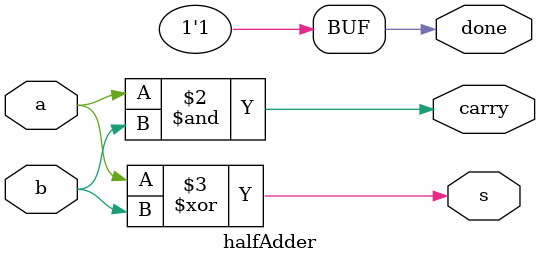
<source format=v>
`timescale 1ns / 1ps
module halfAdder(a,b,s,carry,done);

    input a,b;
    output reg carry,s,done;

    always @ (*)
    begin
        done = 0;
        carry = a&b;
        s = a^b;
        done = 1;
    end

endmodule
</source>
